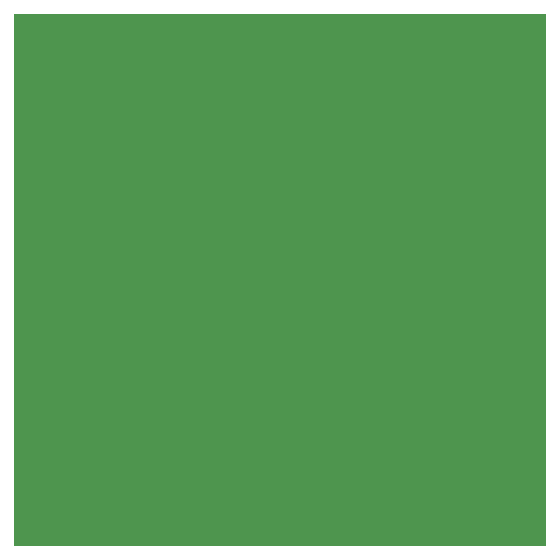
<source format=gbr>
G04 DipTrace 2.4.0.2*
%INBoard.gbr*%
%MOIN*%
%ADD11C,0.0055*%
%FSLAX44Y44*%
G04*
G70*
G90*
G75*
G01*
%LNBoardPoly*%
%LPD*%
G36*
X3937Y21654D2*
D11*
X21654D1*
Y3937D1*
X3937D1*
Y21654D1*
G37*
M02*

</source>
